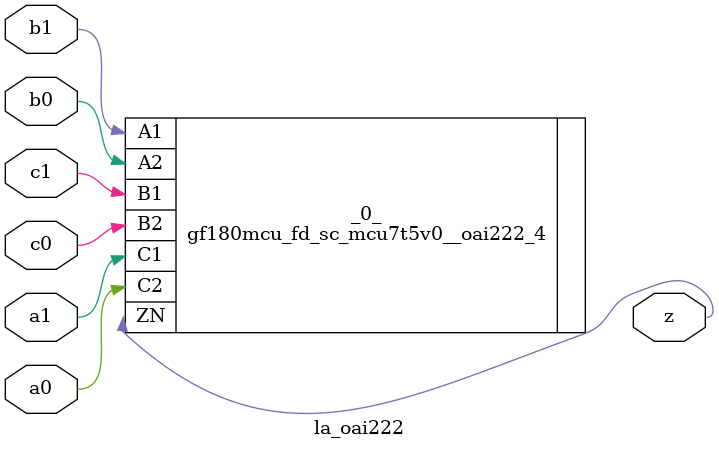
<source format=v>

/* Generated by Yosys 0.44 (git sha1 80ba43d26, g++ 11.4.0-1ubuntu1~22.04 -fPIC -O3) */

(* top =  1  *)
(* src = "inputs/la_oai222.v:10.1-24.10" *)
module la_oai222 (
    a0,
    a1,
    b0,
    b1,
    c0,
    c1,
    z
);
  (* src = "inputs/la_oai222.v:13.12-13.14" *)
  input a0;
  wire a0;
  (* src = "inputs/la_oai222.v:14.12-14.14" *)
  input a1;
  wire a1;
  (* src = "inputs/la_oai222.v:15.12-15.14" *)
  input b0;
  wire b0;
  (* src = "inputs/la_oai222.v:16.12-16.14" *)
  input b1;
  wire b1;
  (* src = "inputs/la_oai222.v:17.12-17.14" *)
  input c0;
  wire c0;
  (* src = "inputs/la_oai222.v:18.12-18.14" *)
  input c1;
  wire c1;
  (* src = "inputs/la_oai222.v:19.12-19.13" *)
  output z;
  wire z;
  gf180mcu_fd_sc_mcu7t5v0__oai222_4 _0_ (
      .A1(b1),
      .A2(b0),
      .B1(c1),
      .B2(c0),
      .C1(a1),
      .C2(a0),
      .ZN(z)
  );
endmodule

</source>
